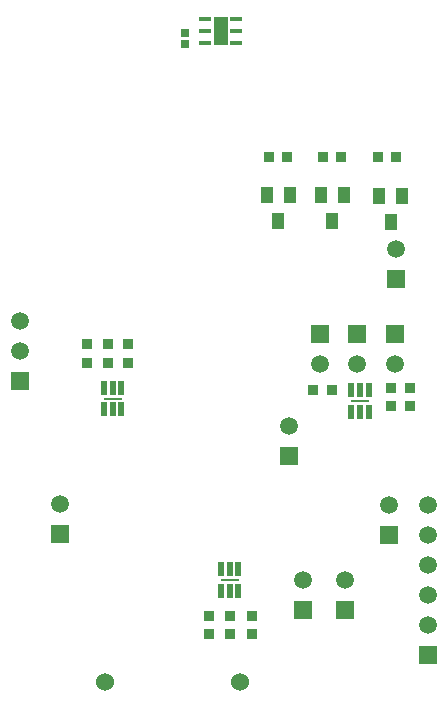
<source format=gbr>
%TF.GenerationSoftware,Altium Limited,Altium Designer,19.1.5 (86)*%
G04 Layer_Color=255*
%FSLAX26Y26*%
%MOIN*%
%TF.FileFunction,Pads,Bot*%
%TF.Part,Single*%
G01*
G75*
%TA.AperFunction,SMDPad,CuDef*%
%ADD20R,0.033465X0.035433*%
%ADD21R,0.035433X0.033465*%
%ADD28R,0.025197X0.025197*%
%TA.AperFunction,ComponentPad*%
%ADD35R,0.059055X0.059055*%
%ADD36C,0.059055*%
%ADD37C,0.060000*%
%TA.AperFunction,SMDPad,CuDef*%
%ADD40R,0.050394X0.094488*%
%ADD41R,0.039370X0.015748*%
%ADD42R,0.039370X0.055118*%
%ADD43R,0.062992X0.011417*%
%ADD44R,0.021654X0.045276*%
D20*
X3094848Y2050000D02*
D03*
X3033824D02*
D03*
X2911024D02*
D03*
X2850000D02*
D03*
X2733110D02*
D03*
X2672087D02*
D03*
X2819488Y1273137D02*
D03*
X2880512D02*
D03*
X3140000Y1281220D02*
D03*
X3078976D02*
D03*
X3140512Y1220000D02*
D03*
X3079488D02*
D03*
D21*
X2065000Y1426024D02*
D03*
Y1365000D02*
D03*
X2135000Y1425512D02*
D03*
Y1364488D02*
D03*
X2200000Y1425512D02*
D03*
Y1364488D02*
D03*
X2615000Y459488D02*
D03*
Y520512D02*
D03*
X2540000Y459488D02*
D03*
Y520512D02*
D03*
X2470000Y459488D02*
D03*
Y520512D02*
D03*
D28*
X2390000Y2426890D02*
D03*
Y2463110D02*
D03*
D35*
X2739685Y1055000D02*
D03*
X3070000Y790000D02*
D03*
X2925000Y540000D02*
D03*
X2785000D02*
D03*
X1840000Y1305000D02*
D03*
X1975000Y795000D02*
D03*
X3200000Y390000D02*
D03*
X3090000Y1460000D02*
D03*
X2965000D02*
D03*
X2840000D02*
D03*
X3095000Y1643242D02*
D03*
D36*
X2739685Y1155000D02*
D03*
X3070000Y890000D02*
D03*
X2925000Y640000D02*
D03*
X2785000D02*
D03*
X1840000Y1405000D02*
D03*
Y1505000D02*
D03*
X1975000Y895000D02*
D03*
X3200000Y490000D02*
D03*
Y590000D02*
D03*
Y690000D02*
D03*
Y790000D02*
D03*
Y890000D02*
D03*
X3090000Y1360000D02*
D03*
X2965000D02*
D03*
X2840000D02*
D03*
X3095000Y1743242D02*
D03*
D37*
X2124213Y300000D02*
D03*
X2575000D02*
D03*
D40*
X2510000Y2470728D02*
D03*
D41*
X2457244Y2431358D02*
D03*
Y2470728D02*
D03*
Y2510098D02*
D03*
X2562756Y2431358D02*
D03*
Y2470728D02*
D03*
Y2510098D02*
D03*
D42*
X3039406Y1920000D02*
D03*
X3114209D02*
D03*
X3076808Y1833386D02*
D03*
X2845197Y1925000D02*
D03*
X2920000D02*
D03*
X2882599Y1838386D02*
D03*
X2665197Y1925000D02*
D03*
X2740000D02*
D03*
X2702599Y1838386D02*
D03*
D43*
X2150000Y1245000D02*
D03*
X2540000Y641220D02*
D03*
X2975000Y1236917D02*
D03*
D44*
X2121457Y1281220D02*
D03*
X2150000D02*
D03*
X2178543D02*
D03*
X2121457Y1208780D02*
D03*
X2150000D02*
D03*
X2178543D02*
D03*
X2568543Y605000D02*
D03*
X2540000D02*
D03*
X2511457D02*
D03*
X2568543Y677441D02*
D03*
X2540000D02*
D03*
X2511457D02*
D03*
X2946457Y1273137D02*
D03*
X2975000D02*
D03*
X3003543D02*
D03*
X2946457Y1200696D02*
D03*
X2975000D02*
D03*
X3003543D02*
D03*
%TF.MD5,cf8ddfabd6b13a01f332e2b844583569*%
M02*

</source>
